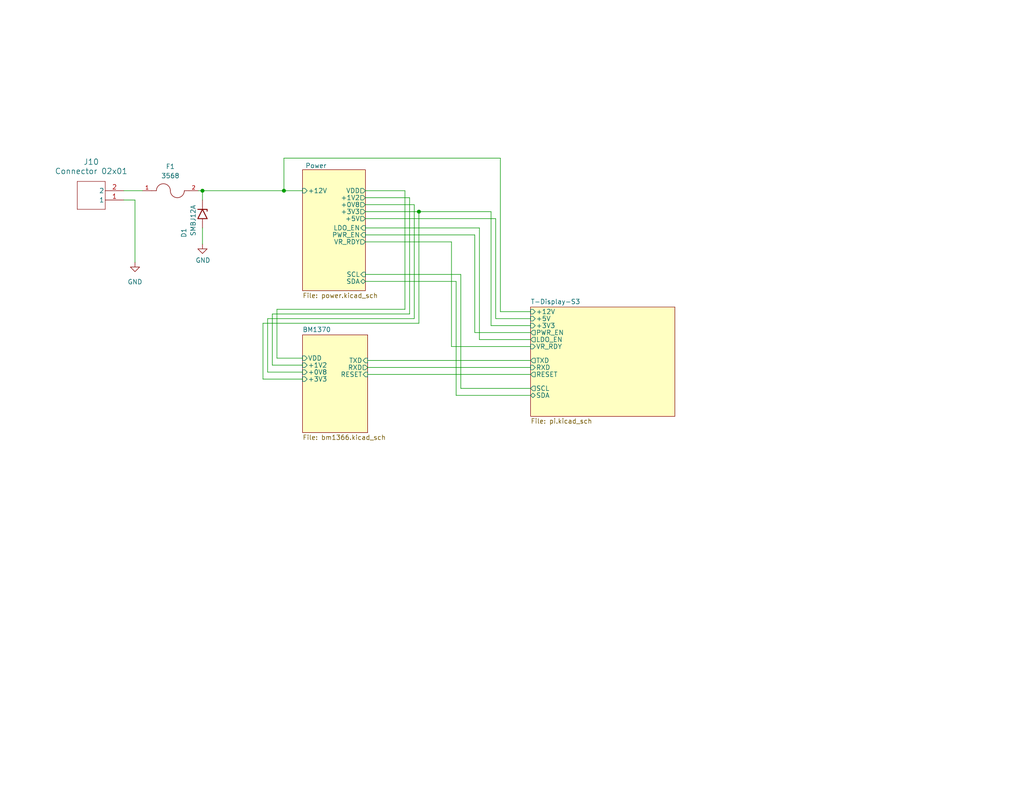
<source format=kicad_sch>
(kicad_sch (version 20250114) (generator "eeschema") (generator_version "9.0")
  (paper "A")
  (title_block (title "BM1366 PiAxe") (date "2023-10-10") (rev "202"))
  (lib_symbols
    (symbol "CONN02:OSTYK51102030" (pin_names (offset 0.254))
      (property "Reference" "J1" (at 8.89 -10.414 0))
      (property "Value" "OSTYK51102030" (at 8.89 -7.874 0))
      (symbol "OSTYK51102030_0_1"
        (polyline (pts (xy 5.08 2.54) (xy 5.08 -5.08)) (stroke (width 0.127)))
        (polyline (pts (xy 5.08 -5.08) (xy 12.7 -5.08)) (stroke (width 0.127)))
        (polyline (pts (xy 12.7 2.54) (xy 5.08 2.54)) (stroke (width 0.127)))
        (polyline (pts (xy 12.7 -5.08) (xy 12.7 2.54)) (stroke (width 0.127)))
        (pin unspecified line (at 0 0 0) (length 5.08) (name "1") (number "1"))
        (pin unspecified line (at 0 -2.54 0) (length 5.08) (name "2") (number "2"))
      )
    )
    (symbol "Diode:5KPxxA" (pin_numbers (hide yes)) (pin_names (offset 1.016) (hide yes))
      (property "Reference" "D" (at 0 2.54 0))
      (property "Value" "5KPxxA" (at 0 -2.54 0))
      (symbol "5KPxxA_0_1"
        (polyline (pts (xy -0.762 1.27) (xy -1.27 1.27) (xy -1.27 -1.27)) (stroke (width 0.254)))
        (polyline (pts (xy 1.27 1.27) (xy 1.27 -1.27) (xy -1.27 0) (xy 1.27 1.27)) (stroke (width 0.254)))
      )
      (symbol "5KPxxA_1_1"
        (pin passive line (at -3.81 0 0) (length 2.54) (name "A1") (number "1"))
        (pin passive line (at 3.81 0 180) (length 2.54) (name "A2") (number "2"))
      )
    )
    (symbol "Fuseholder Blade 3568:3568" (pin_names (offset 1.016))
      (property "Reference" "F" (at -2.54 5.08 0))
      (property "Value" "3568" (at -2.54 -5.08 0))
      (symbol "3568_0_0"
        (polyline (pts (xy -5.08 0) (xy -3.81 0)) (stroke (width 0.1524)))
        (arc (start -3.81 0) (mid -1.905 1.8967) (end 0 0) (stroke (width 0.1524)))
        (arc (start 3.81 0) (mid 1.905 -1.8967) (end 0 0) (stroke (width 0.1524)))
        (polyline (pts (xy 5.08 0) (xy 3.81 0)) (stroke (width 0.1524)))
        (pin passive line (at -7.62 0 0) (length 2.54) (name "~") (number "1"))
        (pin passive line (at 7.62 0 180) (length 2.54) (name "~") (number "2"))
      )
    )
    (symbol "power:GND" (power) (pin_names (offset 0))
      (property "Value" "GND" (at 0 -3.81 0))
      (symbol "GND_0_1"
        (polyline (pts (xy 0 0) (xy 0 -1.27) (xy 1.27 -1.27) (xy 0 -2.54) (xy -1.27 -1.27) (xy 0 -1.27)))
      )
      (symbol "GND_1_1"
        (pin power_in line (at 0 0 270) (length 0) (hide yes) (name "GND") (number "1"))
      )
    )
  )
  (junction (at 55.245 52.07))
  (junction (at 114.3 57.785))
  (junction (at 77.47 52.07))
  (wire (pts (xy 99.695 62.23) (xy 130.81 62.23)))
  (wire (pts (xy 111.76 85.725) (xy 74.295 85.725)))
  (wire (pts (xy 125.73 74.93) (xy 125.73 106.045)))
  (wire (pts (xy 99.695 76.835) (xy 124.46 76.835)))
  (wire (pts (xy 74.295 85.725) (xy 74.295 99.695)))
  (wire (pts (xy 110.49 84.455) (xy 75.565 84.455)))
  (wire (pts (xy 73.025 101.6) (xy 82.55 101.6)))
  (wire (pts (xy 100.33 100.33) (xy 144.78 100.33)))
  (wire (pts (xy 73.025 86.995) (xy 73.025 101.6)))
  (wire (pts (xy 99.695 53.975) (xy 111.76 53.975)))
  (wire (pts (xy 129.54 64.135) (xy 129.54 90.805)))
  (wire (pts (xy 71.755 88.265) (xy 71.755 103.505)))
  (wire (pts (xy 114.3 88.265) (xy 71.755 88.265)))
  (wire (pts (xy 55.245 52.07) (xy 77.47 52.07)))
  (wire (pts (xy 33.782 52.07) (xy 38.862 52.07)))
  (wire (pts (xy 129.54 90.805) (xy 144.78 90.805)))
  (wire (pts (xy 136.525 43.18) (xy 136.525 85.09)))
  (wire (pts (xy 77.47 43.18) (xy 136.525 43.18)))
  (wire (pts (xy 110.49 52.07) (xy 110.49 84.455)))
  (wire (pts (xy 100.33 102.235) (xy 144.78 102.235)))
  (wire (pts (xy 77.47 52.07) (xy 77.47 43.18)))
  (wire (pts (xy 71.755 103.505) (xy 82.55 103.505)))
  (wire (pts (xy 74.295 99.695) (xy 82.55 99.695)))
  (wire (pts (xy 135.255 86.995) (xy 144.78 86.995)))
  (wire (pts (xy 99.695 74.93) (xy 125.73 74.93)))
  (wire (pts (xy 144.78 88.9) (xy 133.985 88.9)))
  (wire (pts (xy 113.03 86.995) (xy 73.025 86.995)))
  (wire (pts (xy 99.695 59.69) (xy 135.255 59.69)))
  (wire (pts (xy 135.255 59.69) (xy 135.255 86.995)))
  (wire (pts (xy 133.985 88.9) (xy 133.985 57.785)))
  (wire (pts (xy 75.565 97.79) (xy 82.55 97.79)))
  (wire (pts (xy 130.81 92.71) (xy 144.78 92.71)))
  (wire (pts (xy 125.73 106.045) (xy 144.78 106.045)))
  (wire (pts (xy 114.3 57.785) (xy 114.3 88.265)))
  (wire (pts (xy 55.245 54.61) (xy 55.245 52.07)))
  (wire (pts (xy 33.782 54.61) (xy 36.83 54.61)))
  (wire (pts (xy 99.695 66.04) (xy 123.19 66.04)))
  (wire (pts (xy 123.19 94.615) (xy 144.78 94.615)))
  (wire (pts (xy 55.245 66.675) (xy 55.245 62.23)))
  (wire (pts (xy 124.46 107.95) (xy 144.78 107.95)))
  (wire (pts (xy 77.47 52.07) (xy 82.55 52.07)))
  (wire (pts (xy 113.03 55.88) (xy 113.03 86.995)))
  (wire (pts (xy 99.695 57.785) (xy 114.3 57.785)))
  (wire (pts (xy 133.985 57.785) (xy 114.3 57.785)))
  (wire (pts (xy 36.83 54.61) (xy 36.83 71.628)))
  (wire (pts (xy 75.565 84.455) (xy 75.565 97.79)))
  (wire (pts (xy 130.81 62.23) (xy 130.81 92.71)))
  (wire (pts (xy 136.525 85.09) (xy 144.78 85.09)))
  (wire (pts (xy 99.695 55.88) (xy 113.03 55.88)))
  (wire (pts (xy 100.33 98.425) (xy 144.78 98.425)))
  (wire (pts (xy 99.695 52.07) (xy 110.49 52.07)))
  (wire (pts (xy 99.695 64.135) (xy 129.54 64.135)))
  (wire (pts (xy 111.76 53.975) (xy 111.76 85.725)))
  (wire (pts (xy 123.19 66.04) (xy 123.19 94.615)))
  (wire (pts (xy 54.102 52.07) (xy 55.245 52.07)))
  (wire (pts (xy 124.46 76.835) (xy 124.46 107.95)))
  (symbol (lib_id "power:GND") (at 55.245 66.675 0) (unit 1)
    (property "Reference" "#PWR04" (effects (hide yes)))
    (property "Value" "GND" (at 55.372 71.0692 0))
  )
  (symbol (lib_id "Diode:5KPxxA") (at 55.245 58.42 270) (unit 1)
    (property "Reference" "D1" (at 50.165 62.23 0) (effects (justify left)))
    (property "Value" "SMBJ12A" (at 52.705 55.88 0) (effects (justify left)))
    (property "Footprint" "Diode_SMD:D_SMB" (effects (hide yes)))
    (property "Description" "TVS DIODE 12VWM 19.9VC DO214AA" (effects (hide yes)))
    (property "Distributor" "D" (effects (hide yes)))
    (property "Manufacturer" "SMBJ12A" (effects (hide yes)))
    (property "OrderNr" "SMBJ12ALFCT-ND" (effects (hide yes)))
  )
  (symbol (lib_id "power:GND") (at 36.83 71.628 0) (unit 1)
    (property "Reference" "#PWR0375" (effects (hide yes)))
    (property "Value" "GND" (at 36.83 76.962 0))
    (property "Description" "Power symbol creates a global label with name \"GND\" , ground" (effects (hide yes)))
  )
  (symbol (lib_id "CONN02:OSTYK51102030") (at 33.782 54.61 180) (unit 1)
    (property "Reference" "J10" (at 24.892 44.196 0) (effects (font (size 1.524 1.524))))
    (property "Value" "Connector 02x01" (at 24.892 46.736 0) (effects (font (size 1.524 1.524))))
    (property "Footprint" "Connector_AMASS:AMASS_XT60PW-M_1x02_P7.20mm_Horizontal" (effects (hide yes)))
    (property "Description" "Amass XT60PW-M" (effects (hide yes)))
  )
  (symbol (lib_id "Fuseholder Blade 3568:3568") (at 46.482 52.07 0) (unit 1)
    (property "Reference" "F1" (at 46.482 45.466 0))
    (property "Value" "3568" (at 46.482 48.006 0))
    (property "Footprint" "8Axe:Fuseholder Blade_3568" (effects (hide yes)))
    (property "Description" "Fuseholder Mini Blade" (effects (hide yes)))
    (property "Manufacturer" "3568" (effects (hide yes)))
    (property "Distributor" "D" (effects (hide yes)))
    (property "OrderNr" "36-3568-ND" (effects (hide yes)))
  )
  (sheet (at 82.55 91.44) (size 17.78 26.67) (stroke (width 0.1524)) (fill (color 255 255 194 1.0000))
    (property "Sheetname" "BM1370" (at 82.55 90.7284 0) (effects (justify left bottom)))
    (property "Sheetfile" "bm1366.kicad_sch" (at 82.55 118.6946 0) (effects (justify left top)))
    (pin "VDD" input (at 82.55 97.79 180))
    (pin "+1V2" input (at 82.55 99.695 180))
    (pin "+0V8" input (at 82.55 101.6 180))
    (pin "+3V3" input (at 82.55 103.505 180))
    (pin "RXD" output (at 100.33 100.33 0))
    (pin "TXD" input (at 100.33 98.425 0))
    (pin "RESET" input (at 100.33 102.235 0))
  )
  (sheet (at 82.55 46.355) (size 17.145 33.02) (stroke (width 0.1524)) (fill (color 255 255 194 1.0000))
    (property "Sheetname" "Power" (at 83.312 45.974 0) (effects (justify left bottom)))
    (property "Sheetfile" "power.kicad_sch" (at 82.55 79.9596 0) (effects (justify left top)))
    (pin "VDD" output (at 99.695 52.07 0))
    (pin "+3V3" output (at 99.695 57.785 0))
    (pin "+1V2" output (at 99.695 53.975 0))
    (pin "+0V8" output (at 99.695 55.88 0))
    (pin "+5V" output (at 99.695 59.69 0))
    (pin "+12V" input (at 82.55 52.07 180))
    (pin "SDA" bidirectional (at 99.695 76.835 0))
    (pin "SCL" input (at 99.695 74.93 0))
    (pin "LDO_EN" input (at 99.695 62.23 0))
    (pin "VR_RDY" output (at 99.695 66.04 0))
    (pin "PWR_EN" input (at 99.695 64.135 0))
  )
  (sheet (at 144.78 83.82) (size 39.37 29.845) (stroke (width 0.1524)) (fill (color 255 255 194 1.0000))
    (property "Sheetname" "T-Display-S3" (at 144.78 83.1084 0) (effects (justify left bottom)))
    (property "Sheetfile" "pi.kicad_sch" (at 144.78 114.2496 0) (effects (justify left top)))
    (pin "+3V3" input (at 144.78 88.9 180))
    (pin "RXD" input (at 144.78 100.33 180))
    (pin "TXD" output (at 144.78 98.425 180))
    (pin "RESET" output (at 144.78 102.235 180))
    (pin "+12V" input (at 144.78 85.09 180))
    (pin "+5V" input (at 144.78 86.995 180))
    (pin "SCL" output (at 144.78 106.045 180))
    (pin "SDA" bidirectional (at 144.78 107.95 180))
    (pin "LDO_EN" output (at 144.78 92.71 180))
    (pin "VR_RDY" input (at 144.78 94.615 180))
    (pin "PWR_EN" output (at 144.78 90.805 180))
  )
)
</source>
